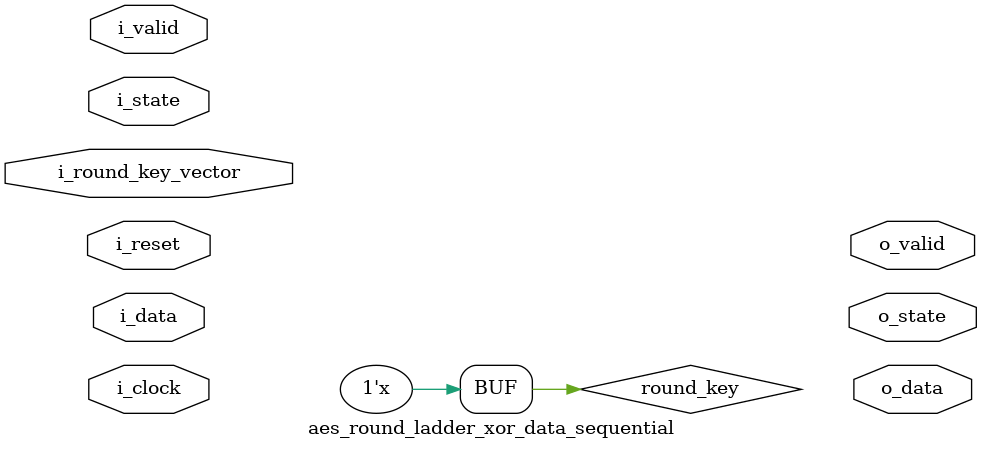
<source format=v>
/*------------------------------------------------------------------------------
 -- Project     : CL60010
 -------------------------------------------------------------------------------
 -- File        : subbytes_block.v
 -- Author      : Ramiro R. Lopez.
 -- Originator  : Clariphy Argentina S.A. 
 -- Date        : Apr 15, 2014
 --
 -- Rev 0       : Initial release.
 --
 --
 -- $Id: aes_round_ladder_xor_data_sequential.v 10288 2017-01-05 13:48:15Z rlopez $
 -------------------------------------------------------------------------------
 -- Description : This module implements the round ladder required by the AES
    cipher algorithm.
 -------------------------------------------------------------------------------
 -- Copyright (C) 2016 ClariPhy Argentina S.A.  All rights reserved 
 ------------------------------------------------------------------------------*/

module aes_round_ladder_xor_data_sequential
#(
    // PARAMETERS.
    parameter                                               NB_BYTE             = 8 ,
    parameter                                               N_BYTES             = 16 ,
    parameter                                               N_ROUNDS            = 14 ,
    parameter                                               STAGES_BETWEEN_REGS = /*3*/ 1
)
(
    // OUTPUTS.
    output  wire    [N_BYTES * NB_BYTE - 1 : 0]             o_state ,
    output  wire    [N_BYTES * NB_BYTE - 1 : 0]             o_data ,
    output  wire                                            o_valid ,
    // INPUTS.
    input   wire    [N_BYTES * NB_BYTE - 1 : 0]             i_state ,
    input   wire    [N_BYTES * NB_BYTE - 1 : 0]             i_data ,
    input   wire    [N_BYTES*NB_BYTE*(N_ROUNDS+1)-1:0]      i_round_key_vector ,
    input   wire                                            i_valid ,   // [HINT]: Used only if create_out_reg==1.
    input   wire                                            i_reset ,   // [HINT]: Used only if create_out_reg==1.
    input   wire                                            i_clock     // [HINT]: Used only if create_out_reg==1.
) ;


    // LOCAL PARAMETERS.
    localparam                                              N_COLS              = 4 ;
    localparam                                              N_ROWS              = N_BYTES / N_COLS ;
    localparam                                              NB_STATE            = N_BYTES * NB_BYTE ;
    localparam                                              BAD_CONF            = ( NB_BYTE != 8 ) || ( N_BYTES != 16 ) || ( N_ROUNDS != 14 ) ;

    // INTERNAL SIGNALS.
    genvar                                                  ii ;
    wire    [NB_STATE*(N_ROUNDS+1+1)-1:0]                   round_states ;
    wire    [(N_ROUNDS+1+1)-1:0]                            valid_bus ;
    wire    [NB_STATE*(N_ROUNDS+1+1)-1:0]                   data_bus ;


    // ALGORITHM BEGIN.


    always @( posedge i_clock )
        if ( i_reset || ( i_valid && i_trigger ) )
            round_key_shifter
                <= i_round_key_vector ;
        else if ( i_valid && triggered )
            round_key_shifter
                <= { {NB_STATE{1'b0}}, round_key_shifter[ (N_ROUNDS+1)*NB_STATE - 1 : NB_STATE ] } ;
    assign  round_key
                = round_key_shifter[ 0 +: NB_STATE ] ;


    always @( posedge i_clock )
        if ( i_reset )
            state_in
                <= i_state ;
        else if ( i_valid && i_trigger )
            state_in
                <= i_state ^ i_round_key_vector[ 0 +: NB_STATE ] ;
        else if ( i_valid && triggered )
            state_in
                <= state_out ;




    round_block_sequential
    #(
        .NB_BYTE            ( NB_BYTE           ),
        .N_BYTES            ( N_BYTES           ),
        .ROUND_INDEX        ( 1                 ),
        .FIRST_ROUND_INDEX  ( 0                 ),
        .LAST_ROUND_INDEX   ( N_ROUNDS          ),
        .CREATE_REG_LUT     ( 0                 ),
        .CREATE_REG_OUT     ( 0                 )
    )
    u_round_block_sequential
    (
        .o_state            ( state_out         ),
        .i_state            ( state_in          ),
        .i_round_key        ( round_key         ),
        .i_valid            ( i_valid           ),
        .i_reset            ( i_reset           ),
        .i_clock            ( i_clock           )
    ) ;


endmodule // aes_round_ladder

</source>
